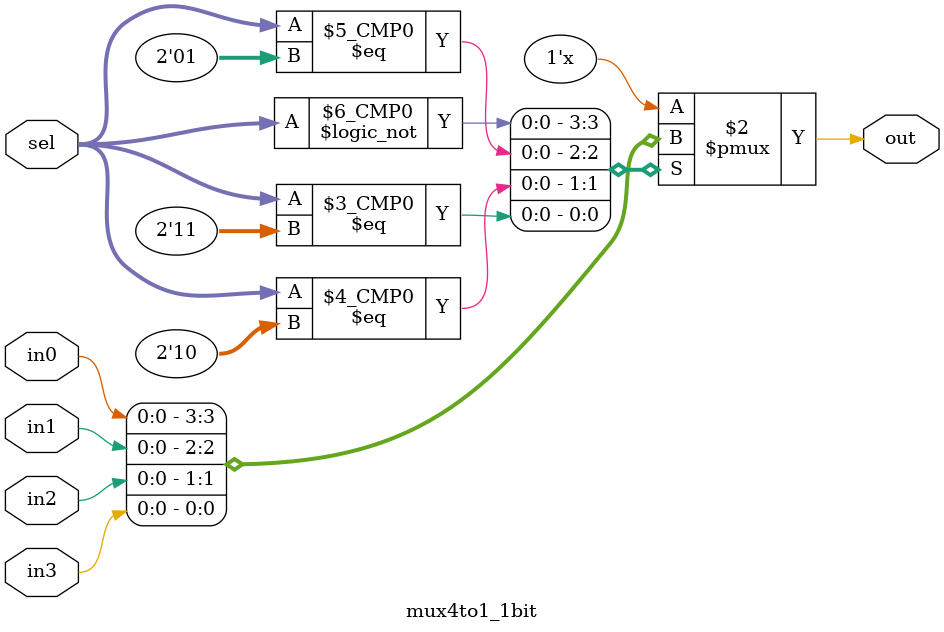
<source format=v>
module mux4to1_1bit (
    input in0,
    input in1,
    input in2,
    input in3,
    input [1:0] sel,
    output reg out
);

    always @(*) begin
        case (sel)
            2'b00: out = in0;
            2'b01: out = in1;
            2'b10: out = in2;
            2'b11: out = in3;
            default: out = 32'b0;
        endcase
    end

endmodule

</source>
